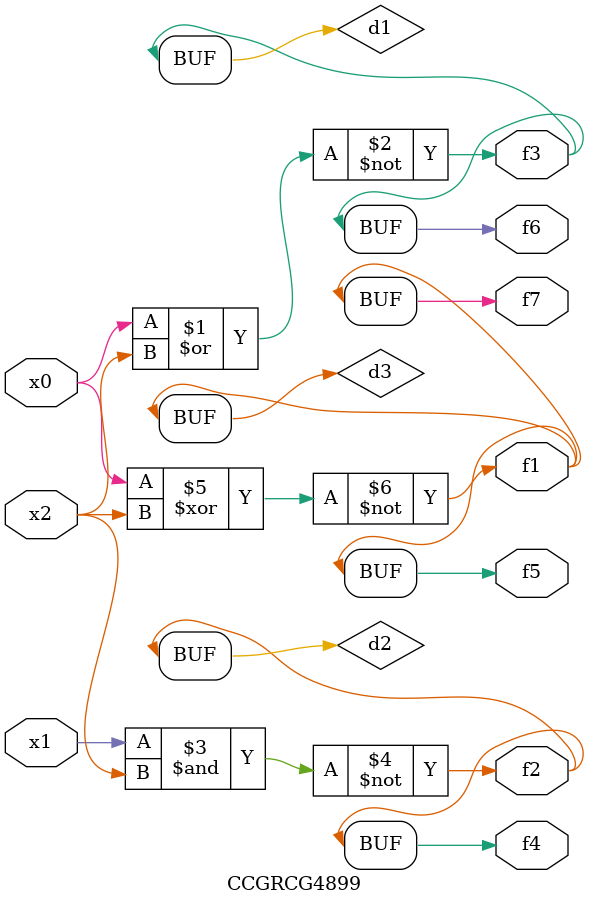
<source format=v>
module CCGRCG4899(
	input x0, x1, x2,
	output f1, f2, f3, f4, f5, f6, f7
);

	wire d1, d2, d3;

	nor (d1, x0, x2);
	nand (d2, x1, x2);
	xnor (d3, x0, x2);
	assign f1 = d3;
	assign f2 = d2;
	assign f3 = d1;
	assign f4 = d2;
	assign f5 = d3;
	assign f6 = d1;
	assign f7 = d3;
endmodule

</source>
